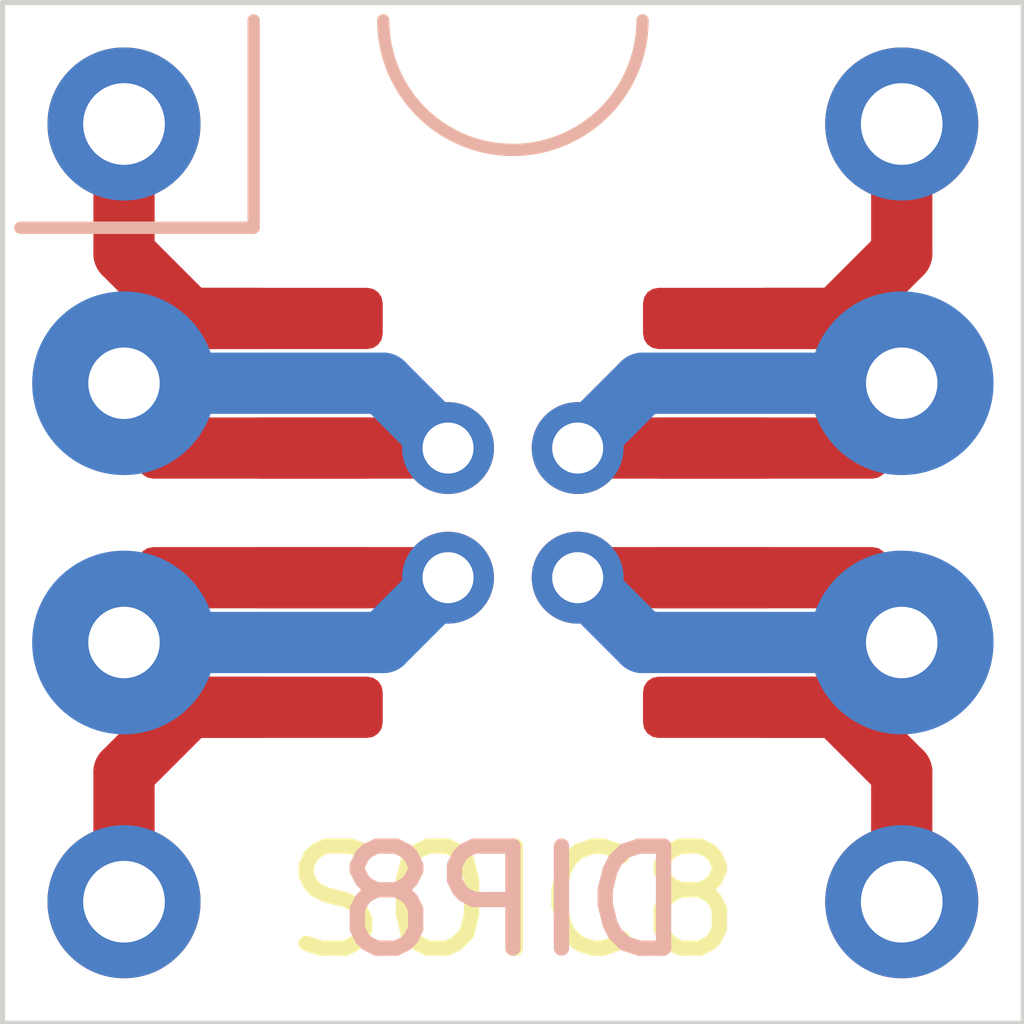
<source format=kicad_pcb>
(kicad_pcb (version 20211014) (generator pcbnew)
  (layers (0 "F.Cu" signal) (31 "B.Cu" signal) (34 "B.Paste" user) (35 "F.Paste" user) (36 "B.SilkS" user "B.Silkscreen") (37 "F.SilkS" user "F.Silkscreen") (38 "B.Mask" user) (39 "F.Mask" user) (44 "Edge.Cuts" user))
  (net 0 "")
  (footprint "SOIC2DIP8:SOIC-8_3.9x4.9mm_P1.27mm" (layer "F.Cu") (at 35 35)
    (fp_text reference "REF**" hide)
    (fp_text value "SOIC-8_3.9x4.9mm_P1.27mm" hide)
    (pad "1" smd roundrect locked (at -2.475 -1.905) (size 2.4 0.6) (layers "F.Cu" "F.Paste" "F.Mask"))
    (pad "2" smd roundrect locked (at -2.475 -0.635) (size 2.4 0.6) (layers "F.Cu" "F.Paste" "F.Mask"))
    (pad "3" smd roundrect locked (at -2.475 0.635) (size 2.4 0.6) (layers "F.Cu" "F.Paste" "F.Mask"))
    (pad "4" smd roundrect locked (at -2.475 1.905) (size 2.4 0.6) (layers "F.Cu" "F.Paste" "F.Mask"))
    (pad "5" smd roundrect locked (at 2.475 1.905) (size 2.4 0.6) (layers "F.Cu" "F.Paste" "F.Mask"))
    (pad "6" smd roundrect locked (at 2.475 0.635) (size 2.4 0.6) (layers "F.Cu" "F.Paste" "F.Mask"))
    (pad "7" smd roundrect locked (at 2.475 -0.635) (size 2.4 0.6) (layers "F.Cu" "F.Paste" "F.Mask"))
    (pad "8" smd roundrect locked (at 2.475 -1.905) (size 2.4 0.6) (layers "F.Cu" "F.Paste" "F.Mask"))
  )
  (footprint "SOIC2DIP8:PTHPAD" (layer "F.Cu") (at 31.19 31.19)
    (fp_text reference "REF**" hide)
    (fp_text value "PTHPAD" hide)
    (pad "1" thru_hole circle locked (at 0 0) (size 1.5 1.5) (drill 0.8) (layers *.Cu *.Mask))
  )
  (footprint "SOIC2DIP8:PTHPAD" (layer "F.Cu") (at 38.81 31.19)
    (fp_text reference "REF**" hide)
    (fp_text value "PTHPAD" hide)
    (pad "1" thru_hole circle locked (at 0 0) (size 1.5 1.5) (drill 0.8) (layers *.Cu *.Mask))
  )
  (footprint "SOIC2DIP8:PTHPAD" (layer "F.Cu") (at 38.81 38.81)
    (fp_text reference "REF**" hide)
    (fp_text value "PTHPAD" hide)
    (pad "1" thru_hole circle locked (at 0 0) (size 1.5 1.5) (drill 0.8) (layers *.Cu *.Mask))
  )
  (footprint "SOIC2DIP8:PTHPAD" (layer "F.Cu") (at 31.19 38.81)
    (fp_text reference "REF**" hide)
    (fp_text value "PTHPAD" hide)
    (pad "1" thru_hole circle locked (at 0 0) (size 1.5 1.5) (drill 0.8) (layers *.Cu *.Mask))
  )
  (footprint "SOIC2DIP8:NPTHPAD" (layer "F.Cu") (at 31.19 33.73)
    (fp_text reference "REF**" hide)
    (fp_text value "NPTHPAD" hide)
    (pad "" np_thru_hole circle (at 0 0) (size 1.8 1.8) (drill 0.7) (layers "B.Cu" "B.Mask"))
  )
  (footprint "SOIC2DIP8:NPTHPAD" (layer "F.Cu") (at 38.81 33.73)
    (fp_text reference "REF**" hide)
    (fp_text value "NPTHPAD" hide)
    (pad "" np_thru_hole circle (at 0 0) (size 1.8 1.8) (drill 0.7) (layers "B.Cu" "B.Mask"))
  )
  (footprint "SOIC2DIP8:NPTHPAD" (layer "F.Cu") (at 31.19 36.27)
    (fp_text reference "REF**" hide)
    (fp_text value "NPTHPAD" hide)
    (pad "" np_thru_hole circle (at 0 0) (size 1.8 1.8) (drill 0.7) (layers "B.Cu" "B.Mask"))
  )
  (footprint "SOIC2DIP8:NPTHPAD" (layer "F.Cu") (at 38.81 36.27)
    (fp_text reference "REF**" hide)
    (fp_text value "NPTHPAD" hide)
    (pad "" np_thru_hole circle (at 0 0) (size 1.8 1.8) (drill 0.7) (layers "B.Cu" "B.Mask"))
  )
  (gr_line (start 32.46 30.174) (end 32.46 32.206) (layer "B.SilkS") (width 0.12))
  (gr_line (start 32.46 32.206) (end 30.174 32.206) (layer "B.SilkS") (width 0.12))
  (gr_arc (start 36.27 30.174) (mid 35 31.444) (end 33.73 30.174) (layer "B.SilkS") (width 0.12))
  (gr_arc (start 36.27 30.174) (mid 35 31.444) (end 33.73 30.174) (layer "F.SilkS") (width 0.12))
  (gr_line (start 32.46 30.174) (end 32.46 32.206) (layer "F.SilkS") (width 0.12))
  (gr_line (start 32.46 32.206) (end 30.174 32.206) (layer "F.SilkS") (width 0.12))
  (gr_line (start 30 40) (end 30 30) (layer "Edge.Cuts") (width 0.05))
  (gr_line (start 40 40) (end 30 40) (layer "Edge.Cuts") (width 0.05))
  (gr_line (start 30 30) (end 40 30) (layer "Edge.Cuts") (width 0.05))
  (gr_line (start 40 30) (end 40 40) (layer "Edge.Cuts") (width 0.05))
  (gr_text "DIP8" (at 35 38.81) (layer "B.SilkS") (effects (font (size 1 1)) (justify mirror)))
  (gr_text "SOIC8" (at 35 38.81) (layer "F.SilkS") (effects (font (size 1 1))))
  (segment (start 38.81 32.46) (end 38.175 33.095) (width 0.6) (layer "F.Cu") (net 0))
  (segment (start 31.19 37.54) (end 31.825 36.905) (width 0.6) (layer "F.Cu") (net 0))
  (segment (start 38.81 38.81) (end 38.81 37.54) (width 0.6) (layer "F.Cu") (net 0))
  (segment (start 35.635 34.365) (end 37.475 34.365) (width 0.6) (layer "F.Cu") (net 0))
  (segment (start 38.81 31.19) (end 38.81 32.46) (width 0.6) (layer "F.Cu") (net 0))
  (segment (start 31.19 31.19) (end 31.19 32.46) (width 0.6) (layer "F.Cu") (net 0))
  (segment (start 31.19 32.46) (end 31.825 33.095) (width 0.6) (layer "F.Cu") (net 0))
  (segment (start 34.365 34.365) (end 32.525 34.365) (width 0.6) (layer "F.Cu") (net 0))
  (segment (start 38.175 36.905) (end 37.475 36.905) (width 0.6) (layer "F.Cu") (net 0))
  (segment (start 31.825 36.905) (end 32.525 36.905) (width 0.6) (layer "F.Cu") (net 0))
  (segment (start 38.175 33.095) (end 37.475 33.095) (width 0.6) (layer "F.Cu") (net 0))
  (segment (start 31.19 38.81) (end 31.19 37.54) (width 0.6) (layer "F.Cu") (net 0))
  (segment (start 38.81 37.54) (end 38.175 36.905) (width 0.6) (layer "F.Cu") (net 0))
  (segment (start 34.365 35.635) (end 32.525 35.635) (width 0.6) (layer "F.Cu") (net 0))
  (segment (start 31.825 33.095) (end 32.525 33.095) (width 0.6) (layer "F.Cu") (net 0))
  (segment (start 35.635 35.635) (end 37.475 35.635) (width 0.6) (layer "F.Cu") (net 0))
  (via (at 35.635 35.635) (size 0.9) (drill 0.5) (layers "F.Cu" "B.Cu") (net 0))
  (via (at 34.365 35.635) (size 0.9) (drill 0.5) (layers "F.Cu" "B.Cu") (net 0))
  (via (at 34.365 34.365) (size 0.9) (drill 0.5) (layers "F.Cu" "B.Cu") (net 0))
  (via (at 35.635 34.365) (size 0.9) (drill 0.5) (layers "F.Cu" "B.Cu") (net 0))
  (segment (start 35.635 34.365) (end 36.27 33.73) (width 0.6) (layer "B.Cu") (net 0))
  (segment (start 31.19 33.73) (end 33.73 33.73) (width 0.6) (layer "B.Cu") (net 0))
  (segment (start 38.81 36.27) (end 36.27 36.27) (width 0.6) (layer "B.Cu") (net 0))
  (segment (start 34.365 35.635) (end 33.73 36.27) (width 0.6) (layer "B.Cu") (net 0))
  (segment (start 31.19 36.27) (end 33.73 36.27) (width 0.6) (layer "B.Cu") (net 0))
  (segment (start 35.635 35.635) (end 36.27 36.27) (width 0.6) (layer "B.Cu") (net 0))
  (segment (start 34.365 34.365) (end 33.73 33.73) (width 0.6) (layer "B.Cu") (net 0))
  (segment (start 38.81 33.73) (end 36.27 33.73) (width 0.6) (layer "B.Cu") (net 0))
)
</source>
